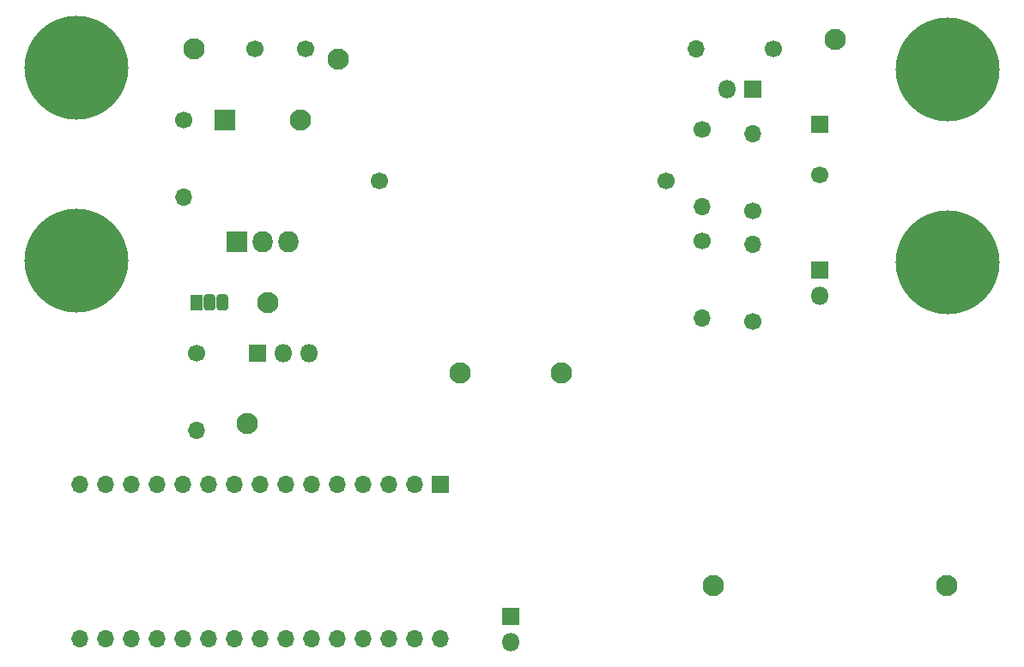
<source format=gbr>
%TF.GenerationSoftware,KiCad,Pcbnew,5.1.6+dfsg1-1*%
%TF.CreationDate,2021-03-07T16:20:00-08:00*%
%TF.ProjectId,Arduino DC-DC Converter Control Board,41726475-696e-46f2-9044-432d44432043,0.1*%
%TF.SameCoordinates,Original*%
%TF.FileFunction,Soldermask,Bot*%
%TF.FilePolarity,Negative*%
%FSLAX46Y46*%
G04 Gerber Fmt 4.6, Leading zero omitted, Abs format (unit mm)*
G04 Created by KiCad (PCBNEW 5.1.6+dfsg1-1) date 2021-03-07 16:20:00*
%MOMM*%
%LPD*%
G01*
G04 APERTURE LIST*
%ADD10O,1.800000X1.800000*%
%ADD11R,1.800000X1.800000*%
%ADD12C,1.700000*%
%ADD13R,1.700000X1.700000*%
%ADD14C,10.260000*%
%ADD15O,1.700000X1.700000*%
%ADD16R,2.100000X2.100000*%
%ADD17C,2.100000*%
%ADD18R,1.150000X1.600000*%
%ADD19O,2.005000X2.100000*%
%ADD20R,2.005000X2.100000*%
G04 APERTURE END LIST*
D10*
%TO.C,J7*%
X120421400Y-60325000D03*
D11*
X120421400Y-57785000D03*
%TD*%
D12*
%TO.C,C3*%
X120421400Y-48383200D03*
D13*
X120421400Y-43383200D03*
%TD*%
D14*
%TO.C,V_OUT1*%
X133070600Y-38023800D03*
X133070600Y-57073800D03*
%TD*%
%TO.C,V_IN1*%
X47142400Y-37846000D03*
X47142400Y-56896000D03*
%TD*%
D15*
%TO.C,A1*%
X47440000Y-94240000D03*
X47440000Y-79000000D03*
X83000000Y-94240000D03*
X49980000Y-79000000D03*
X80460000Y-94240000D03*
X52520000Y-79000000D03*
X77920000Y-94240000D03*
X55060000Y-79000000D03*
X75380000Y-94240000D03*
X57600000Y-79000000D03*
X72840000Y-94240000D03*
X60140000Y-79000000D03*
X70300000Y-94240000D03*
X62680000Y-79000000D03*
X67760000Y-94240000D03*
X65220000Y-79000000D03*
X65220000Y-94240000D03*
X67760000Y-79000000D03*
X62680000Y-94240000D03*
X70300000Y-79000000D03*
X60140000Y-94240000D03*
X72840000Y-79000000D03*
X57600000Y-94240000D03*
X75380000Y-79000000D03*
X55060000Y-94240000D03*
X77920000Y-79000000D03*
X52520000Y-94240000D03*
X80460000Y-79000000D03*
X49980000Y-94240000D03*
D13*
X83000000Y-79000000D03*
%TD*%
D16*
%TO.C,C1*%
X61752600Y-43000000D03*
D17*
X69252600Y-43000000D03*
%TD*%
%TO.C,TP9*%
X122000000Y-35000000D03*
%TD*%
%TO.C,TP8*%
X85000000Y-68000000D03*
%TD*%
%TO.C,TP7*%
X95000000Y-68000000D03*
%TD*%
%TO.C,GND2*%
X133000000Y-89000000D03*
%TD*%
%TO.C,TP5*%
X73000000Y-37000000D03*
%TD*%
%TO.C,GND1*%
X110000000Y-89000000D03*
%TD*%
%TO.C,TP3*%
X64000000Y-73000000D03*
%TD*%
%TO.C,TP2*%
X66000000Y-61000000D03*
%TD*%
%TO.C,TP1*%
X58752600Y-36000000D03*
%TD*%
D15*
%TO.C,R2*%
X59000000Y-73620000D03*
D12*
X59000000Y-66000000D03*
%TD*%
D10*
%TO.C,J5*%
X70080000Y-66000000D03*
X67540000Y-66000000D03*
D11*
X65000000Y-66000000D03*
%TD*%
D12*
%TO.C,C2*%
X64752600Y-36000000D03*
X69752600Y-36000000D03*
%TD*%
D15*
%TO.C,R7*%
X113857000Y-44303800D03*
D12*
X113857000Y-51923800D03*
%TD*%
D15*
%TO.C,R6*%
X113857000Y-55303800D03*
D12*
X113857000Y-62923800D03*
%TD*%
D15*
%TO.C,R5*%
X108229400Y-35966400D03*
D12*
X115849400Y-35966400D03*
%TD*%
D15*
%TO.C,R4*%
X108857000Y-62543800D03*
D12*
X108857000Y-54923800D03*
%TD*%
D15*
%TO.C,R3*%
X108857000Y-51543800D03*
D12*
X108857000Y-43923800D03*
%TD*%
D15*
%TO.C,R1*%
X57752600Y-50620000D03*
D12*
X57752600Y-43000000D03*
%TD*%
D18*
%TO.C,Q2*%
X59000000Y-61000000D03*
G36*
G01*
X60965000Y-61512500D02*
X60965000Y-60487500D01*
G75*
G02*
X61252500Y-60200000I287500J0D01*
G01*
X61827500Y-60200000D01*
G75*
G02*
X62115000Y-60487500I0J-287500D01*
G01*
X62115000Y-61512500D01*
G75*
G02*
X61827500Y-61800000I-287500J0D01*
G01*
X61252500Y-61800000D01*
G75*
G02*
X60965000Y-61512500I0J287500D01*
G01*
G37*
G36*
G01*
X59695000Y-61512500D02*
X59695000Y-60487500D01*
G75*
G02*
X59982500Y-60200000I287500J0D01*
G01*
X60557500Y-60200000D01*
G75*
G02*
X60845000Y-60487500I0J-287500D01*
G01*
X60845000Y-61512500D01*
G75*
G02*
X60557500Y-61800000I-287500J0D01*
G01*
X59982500Y-61800000D01*
G75*
G02*
X59695000Y-61512500I0J287500D01*
G01*
G37*
%TD*%
D19*
%TO.C,Q1*%
X68080000Y-55000000D03*
X65540000Y-55000000D03*
D20*
X63000000Y-55000000D03*
%TD*%
D12*
%TO.C,L1*%
X105300000Y-49000000D03*
X77000000Y-49000000D03*
%TD*%
D10*
%TO.C,BP1*%
X111317000Y-39923800D03*
D11*
X113857000Y-39923800D03*
%TD*%
D10*
%TO.C,J3*%
X90000000Y-94540000D03*
D11*
X90000000Y-92000000D03*
%TD*%
M02*

</source>
